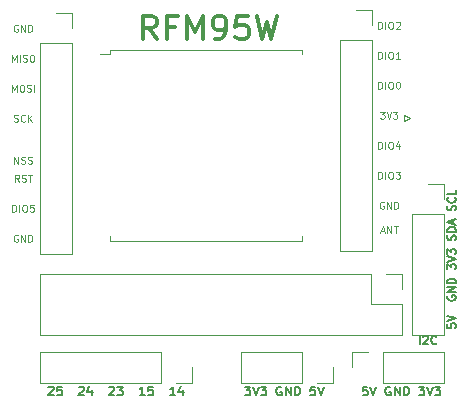
<source format=gto>
G04 #@! TF.GenerationSoftware,KiCad,Pcbnew,8.0.8*
G04 #@! TF.CreationDate,2025-03-21T12:20:43+00:00*
G04 #@! TF.ProjectId,RFM95W-pcb01,52464d39-3557-42d7-9063-6230312e6b69,rev?*
G04 #@! TF.SameCoordinates,Original*
G04 #@! TF.FileFunction,Legend,Top*
G04 #@! TF.FilePolarity,Positive*
%FSLAX46Y46*%
G04 Gerber Fmt 4.6, Leading zero omitted, Abs format (unit mm)*
G04 Created by KiCad (PCBNEW 8.0.8) date 2025-03-21 12:20:43*
%MOMM*%
%LPD*%
G01*
G04 APERTURE LIST*
%ADD10C,0.120000*%
%ADD11C,0.300000*%
%ADD12C,0.150000*%
%ADD13O,1.700000X1.700000*%
%ADD14R,1.700000X1.700000*%
%ADD15R,3.600000X1.270000*%
%ADD16R,4.200000X1.350000*%
%ADD17R,2.000000X1.000000*%
G04 APERTURE END LIST*
D10*
X168732285Y-45311902D02*
X169018000Y-45311902D01*
X168675142Y-45483331D02*
X168875142Y-44883331D01*
X168875142Y-44883331D02*
X169075142Y-45483331D01*
X169275143Y-45483331D02*
X169275143Y-44883331D01*
X169275143Y-44883331D02*
X169618000Y-45483331D01*
X169618000Y-45483331D02*
X169618000Y-44883331D01*
X169817999Y-44883331D02*
X170160857Y-44883331D01*
X169989428Y-45483331D02*
X169989428Y-44883331D01*
X168960857Y-42879902D02*
X168903715Y-42851331D01*
X168903715Y-42851331D02*
X168818000Y-42851331D01*
X168818000Y-42851331D02*
X168732286Y-42879902D01*
X168732286Y-42879902D02*
X168675143Y-42937045D01*
X168675143Y-42937045D02*
X168646572Y-42994188D01*
X168646572Y-42994188D02*
X168618000Y-43108474D01*
X168618000Y-43108474D02*
X168618000Y-43194188D01*
X168618000Y-43194188D02*
X168646572Y-43308474D01*
X168646572Y-43308474D02*
X168675143Y-43365617D01*
X168675143Y-43365617D02*
X168732286Y-43422760D01*
X168732286Y-43422760D02*
X168818000Y-43451331D01*
X168818000Y-43451331D02*
X168875143Y-43451331D01*
X168875143Y-43451331D02*
X168960857Y-43422760D01*
X168960857Y-43422760D02*
X168989429Y-43394188D01*
X168989429Y-43394188D02*
X168989429Y-43194188D01*
X168989429Y-43194188D02*
X168875143Y-43194188D01*
X169246572Y-43451331D02*
X169246572Y-42851331D01*
X169246572Y-42851331D02*
X169589429Y-43451331D01*
X169589429Y-43451331D02*
X169589429Y-42851331D01*
X169875143Y-43451331D02*
X169875143Y-42851331D01*
X169875143Y-42851331D02*
X170018000Y-42851331D01*
X170018000Y-42851331D02*
X170103714Y-42879902D01*
X170103714Y-42879902D02*
X170160857Y-42937045D01*
X170160857Y-42937045D02*
X170189428Y-42994188D01*
X170189428Y-42994188D02*
X170218000Y-43108474D01*
X170218000Y-43108474D02*
X170218000Y-43194188D01*
X170218000Y-43194188D02*
X170189428Y-43308474D01*
X170189428Y-43308474D02*
X170160857Y-43365617D01*
X170160857Y-43365617D02*
X170103714Y-43422760D01*
X170103714Y-43422760D02*
X170018000Y-43451331D01*
X170018000Y-43451331D02*
X169875143Y-43451331D01*
X168518000Y-40911331D02*
X168518000Y-40311331D01*
X168518000Y-40311331D02*
X168660857Y-40311331D01*
X168660857Y-40311331D02*
X168746571Y-40339902D01*
X168746571Y-40339902D02*
X168803714Y-40397045D01*
X168803714Y-40397045D02*
X168832285Y-40454188D01*
X168832285Y-40454188D02*
X168860857Y-40568474D01*
X168860857Y-40568474D02*
X168860857Y-40654188D01*
X168860857Y-40654188D02*
X168832285Y-40768474D01*
X168832285Y-40768474D02*
X168803714Y-40825617D01*
X168803714Y-40825617D02*
X168746571Y-40882760D01*
X168746571Y-40882760D02*
X168660857Y-40911331D01*
X168660857Y-40911331D02*
X168518000Y-40911331D01*
X169118000Y-40911331D02*
X169118000Y-40311331D01*
X169517999Y-40311331D02*
X169632285Y-40311331D01*
X169632285Y-40311331D02*
X169689428Y-40339902D01*
X169689428Y-40339902D02*
X169746571Y-40397045D01*
X169746571Y-40397045D02*
X169775142Y-40511331D01*
X169775142Y-40511331D02*
X169775142Y-40711331D01*
X169775142Y-40711331D02*
X169746571Y-40825617D01*
X169746571Y-40825617D02*
X169689428Y-40882760D01*
X169689428Y-40882760D02*
X169632285Y-40911331D01*
X169632285Y-40911331D02*
X169517999Y-40911331D01*
X169517999Y-40911331D02*
X169460857Y-40882760D01*
X169460857Y-40882760D02*
X169403714Y-40825617D01*
X169403714Y-40825617D02*
X169375142Y-40711331D01*
X169375142Y-40711331D02*
X169375142Y-40511331D01*
X169375142Y-40511331D02*
X169403714Y-40397045D01*
X169403714Y-40397045D02*
X169460857Y-40339902D01*
X169460857Y-40339902D02*
X169517999Y-40311331D01*
X169975142Y-40311331D02*
X170346570Y-40311331D01*
X170346570Y-40311331D02*
X170146570Y-40539902D01*
X170146570Y-40539902D02*
X170232285Y-40539902D01*
X170232285Y-40539902D02*
X170289428Y-40568474D01*
X170289428Y-40568474D02*
X170317999Y-40597045D01*
X170317999Y-40597045D02*
X170346570Y-40654188D01*
X170346570Y-40654188D02*
X170346570Y-40797045D01*
X170346570Y-40797045D02*
X170317999Y-40854188D01*
X170317999Y-40854188D02*
X170289428Y-40882760D01*
X170289428Y-40882760D02*
X170232285Y-40911331D01*
X170232285Y-40911331D02*
X170060856Y-40911331D01*
X170060856Y-40911331D02*
X170003713Y-40882760D01*
X170003713Y-40882760D02*
X169975142Y-40854188D01*
X168518000Y-38371331D02*
X168518000Y-37771331D01*
X168518000Y-37771331D02*
X168660857Y-37771331D01*
X168660857Y-37771331D02*
X168746571Y-37799902D01*
X168746571Y-37799902D02*
X168803714Y-37857045D01*
X168803714Y-37857045D02*
X168832285Y-37914188D01*
X168832285Y-37914188D02*
X168860857Y-38028474D01*
X168860857Y-38028474D02*
X168860857Y-38114188D01*
X168860857Y-38114188D02*
X168832285Y-38228474D01*
X168832285Y-38228474D02*
X168803714Y-38285617D01*
X168803714Y-38285617D02*
X168746571Y-38342760D01*
X168746571Y-38342760D02*
X168660857Y-38371331D01*
X168660857Y-38371331D02*
X168518000Y-38371331D01*
X169118000Y-38371331D02*
X169118000Y-37771331D01*
X169517999Y-37771331D02*
X169632285Y-37771331D01*
X169632285Y-37771331D02*
X169689428Y-37799902D01*
X169689428Y-37799902D02*
X169746571Y-37857045D01*
X169746571Y-37857045D02*
X169775142Y-37971331D01*
X169775142Y-37971331D02*
X169775142Y-38171331D01*
X169775142Y-38171331D02*
X169746571Y-38285617D01*
X169746571Y-38285617D02*
X169689428Y-38342760D01*
X169689428Y-38342760D02*
X169632285Y-38371331D01*
X169632285Y-38371331D02*
X169517999Y-38371331D01*
X169517999Y-38371331D02*
X169460857Y-38342760D01*
X169460857Y-38342760D02*
X169403714Y-38285617D01*
X169403714Y-38285617D02*
X169375142Y-38171331D01*
X169375142Y-38171331D02*
X169375142Y-37971331D01*
X169375142Y-37971331D02*
X169403714Y-37857045D01*
X169403714Y-37857045D02*
X169460857Y-37799902D01*
X169460857Y-37799902D02*
X169517999Y-37771331D01*
X170289428Y-37971331D02*
X170289428Y-38371331D01*
X170146570Y-37742760D02*
X170003713Y-38171331D01*
X170003713Y-38171331D02*
X170375142Y-38171331D01*
X168675142Y-35231331D02*
X169046570Y-35231331D01*
X169046570Y-35231331D02*
X168846570Y-35459902D01*
X168846570Y-35459902D02*
X168932285Y-35459902D01*
X168932285Y-35459902D02*
X168989428Y-35488474D01*
X168989428Y-35488474D02*
X169017999Y-35517045D01*
X169017999Y-35517045D02*
X169046570Y-35574188D01*
X169046570Y-35574188D02*
X169046570Y-35717045D01*
X169046570Y-35717045D02*
X169017999Y-35774188D01*
X169017999Y-35774188D02*
X168989428Y-35802760D01*
X168989428Y-35802760D02*
X168932285Y-35831331D01*
X168932285Y-35831331D02*
X168760856Y-35831331D01*
X168760856Y-35831331D02*
X168703713Y-35802760D01*
X168703713Y-35802760D02*
X168675142Y-35774188D01*
X169217999Y-35231331D02*
X169417999Y-35831331D01*
X169417999Y-35831331D02*
X169617999Y-35231331D01*
X169760857Y-35231331D02*
X170132285Y-35231331D01*
X170132285Y-35231331D02*
X169932285Y-35459902D01*
X169932285Y-35459902D02*
X170018000Y-35459902D01*
X170018000Y-35459902D02*
X170075143Y-35488474D01*
X170075143Y-35488474D02*
X170103714Y-35517045D01*
X170103714Y-35517045D02*
X170132285Y-35574188D01*
X170132285Y-35574188D02*
X170132285Y-35717045D01*
X170132285Y-35717045D02*
X170103714Y-35774188D01*
X170103714Y-35774188D02*
X170075143Y-35802760D01*
X170075143Y-35802760D02*
X170018000Y-35831331D01*
X170018000Y-35831331D02*
X169846571Y-35831331D01*
X169846571Y-35831331D02*
X169789428Y-35802760D01*
X169789428Y-35802760D02*
X169760857Y-35774188D01*
X168518000Y-33291331D02*
X168518000Y-32691331D01*
X168518000Y-32691331D02*
X168660857Y-32691331D01*
X168660857Y-32691331D02*
X168746571Y-32719902D01*
X168746571Y-32719902D02*
X168803714Y-32777045D01*
X168803714Y-32777045D02*
X168832285Y-32834188D01*
X168832285Y-32834188D02*
X168860857Y-32948474D01*
X168860857Y-32948474D02*
X168860857Y-33034188D01*
X168860857Y-33034188D02*
X168832285Y-33148474D01*
X168832285Y-33148474D02*
X168803714Y-33205617D01*
X168803714Y-33205617D02*
X168746571Y-33262760D01*
X168746571Y-33262760D02*
X168660857Y-33291331D01*
X168660857Y-33291331D02*
X168518000Y-33291331D01*
X169118000Y-33291331D02*
X169118000Y-32691331D01*
X169517999Y-32691331D02*
X169632285Y-32691331D01*
X169632285Y-32691331D02*
X169689428Y-32719902D01*
X169689428Y-32719902D02*
X169746571Y-32777045D01*
X169746571Y-32777045D02*
X169775142Y-32891331D01*
X169775142Y-32891331D02*
X169775142Y-33091331D01*
X169775142Y-33091331D02*
X169746571Y-33205617D01*
X169746571Y-33205617D02*
X169689428Y-33262760D01*
X169689428Y-33262760D02*
X169632285Y-33291331D01*
X169632285Y-33291331D02*
X169517999Y-33291331D01*
X169517999Y-33291331D02*
X169460857Y-33262760D01*
X169460857Y-33262760D02*
X169403714Y-33205617D01*
X169403714Y-33205617D02*
X169375142Y-33091331D01*
X169375142Y-33091331D02*
X169375142Y-32891331D01*
X169375142Y-32891331D02*
X169403714Y-32777045D01*
X169403714Y-32777045D02*
X169460857Y-32719902D01*
X169460857Y-32719902D02*
X169517999Y-32691331D01*
X170146570Y-32691331D02*
X170203713Y-32691331D01*
X170203713Y-32691331D02*
X170260856Y-32719902D01*
X170260856Y-32719902D02*
X170289428Y-32748474D01*
X170289428Y-32748474D02*
X170317999Y-32805617D01*
X170317999Y-32805617D02*
X170346570Y-32919902D01*
X170346570Y-32919902D02*
X170346570Y-33062760D01*
X170346570Y-33062760D02*
X170317999Y-33177045D01*
X170317999Y-33177045D02*
X170289428Y-33234188D01*
X170289428Y-33234188D02*
X170260856Y-33262760D01*
X170260856Y-33262760D02*
X170203713Y-33291331D01*
X170203713Y-33291331D02*
X170146570Y-33291331D01*
X170146570Y-33291331D02*
X170089428Y-33262760D01*
X170089428Y-33262760D02*
X170060856Y-33234188D01*
X170060856Y-33234188D02*
X170032285Y-33177045D01*
X170032285Y-33177045D02*
X170003713Y-33062760D01*
X170003713Y-33062760D02*
X170003713Y-32919902D01*
X170003713Y-32919902D02*
X170032285Y-32805617D01*
X170032285Y-32805617D02*
X170060856Y-32748474D01*
X170060856Y-32748474D02*
X170089428Y-32719902D01*
X170089428Y-32719902D02*
X170146570Y-32691331D01*
X168518000Y-30751331D02*
X168518000Y-30151331D01*
X168518000Y-30151331D02*
X168660857Y-30151331D01*
X168660857Y-30151331D02*
X168746571Y-30179902D01*
X168746571Y-30179902D02*
X168803714Y-30237045D01*
X168803714Y-30237045D02*
X168832285Y-30294188D01*
X168832285Y-30294188D02*
X168860857Y-30408474D01*
X168860857Y-30408474D02*
X168860857Y-30494188D01*
X168860857Y-30494188D02*
X168832285Y-30608474D01*
X168832285Y-30608474D02*
X168803714Y-30665617D01*
X168803714Y-30665617D02*
X168746571Y-30722760D01*
X168746571Y-30722760D02*
X168660857Y-30751331D01*
X168660857Y-30751331D02*
X168518000Y-30751331D01*
X169118000Y-30751331D02*
X169118000Y-30151331D01*
X169517999Y-30151331D02*
X169632285Y-30151331D01*
X169632285Y-30151331D02*
X169689428Y-30179902D01*
X169689428Y-30179902D02*
X169746571Y-30237045D01*
X169746571Y-30237045D02*
X169775142Y-30351331D01*
X169775142Y-30351331D02*
X169775142Y-30551331D01*
X169775142Y-30551331D02*
X169746571Y-30665617D01*
X169746571Y-30665617D02*
X169689428Y-30722760D01*
X169689428Y-30722760D02*
X169632285Y-30751331D01*
X169632285Y-30751331D02*
X169517999Y-30751331D01*
X169517999Y-30751331D02*
X169460857Y-30722760D01*
X169460857Y-30722760D02*
X169403714Y-30665617D01*
X169403714Y-30665617D02*
X169375142Y-30551331D01*
X169375142Y-30551331D02*
X169375142Y-30351331D01*
X169375142Y-30351331D02*
X169403714Y-30237045D01*
X169403714Y-30237045D02*
X169460857Y-30179902D01*
X169460857Y-30179902D02*
X169517999Y-30151331D01*
X170346570Y-30751331D02*
X170003713Y-30751331D01*
X170175142Y-30751331D02*
X170175142Y-30151331D01*
X170175142Y-30151331D02*
X170117999Y-30237045D01*
X170117999Y-30237045D02*
X170060856Y-30294188D01*
X170060856Y-30294188D02*
X170003713Y-30322760D01*
X168518000Y-28211331D02*
X168518000Y-27611331D01*
X168518000Y-27611331D02*
X168660857Y-27611331D01*
X168660857Y-27611331D02*
X168746571Y-27639902D01*
X168746571Y-27639902D02*
X168803714Y-27697045D01*
X168803714Y-27697045D02*
X168832285Y-27754188D01*
X168832285Y-27754188D02*
X168860857Y-27868474D01*
X168860857Y-27868474D02*
X168860857Y-27954188D01*
X168860857Y-27954188D02*
X168832285Y-28068474D01*
X168832285Y-28068474D02*
X168803714Y-28125617D01*
X168803714Y-28125617D02*
X168746571Y-28182760D01*
X168746571Y-28182760D02*
X168660857Y-28211331D01*
X168660857Y-28211331D02*
X168518000Y-28211331D01*
X169118000Y-28211331D02*
X169118000Y-27611331D01*
X169517999Y-27611331D02*
X169632285Y-27611331D01*
X169632285Y-27611331D02*
X169689428Y-27639902D01*
X169689428Y-27639902D02*
X169746571Y-27697045D01*
X169746571Y-27697045D02*
X169775142Y-27811331D01*
X169775142Y-27811331D02*
X169775142Y-28011331D01*
X169775142Y-28011331D02*
X169746571Y-28125617D01*
X169746571Y-28125617D02*
X169689428Y-28182760D01*
X169689428Y-28182760D02*
X169632285Y-28211331D01*
X169632285Y-28211331D02*
X169517999Y-28211331D01*
X169517999Y-28211331D02*
X169460857Y-28182760D01*
X169460857Y-28182760D02*
X169403714Y-28125617D01*
X169403714Y-28125617D02*
X169375142Y-28011331D01*
X169375142Y-28011331D02*
X169375142Y-27811331D01*
X169375142Y-27811331D02*
X169403714Y-27697045D01*
X169403714Y-27697045D02*
X169460857Y-27639902D01*
X169460857Y-27639902D02*
X169517999Y-27611331D01*
X170003713Y-27668474D02*
X170032285Y-27639902D01*
X170032285Y-27639902D02*
X170089428Y-27611331D01*
X170089428Y-27611331D02*
X170232285Y-27611331D01*
X170232285Y-27611331D02*
X170289428Y-27639902D01*
X170289428Y-27639902D02*
X170317999Y-27668474D01*
X170317999Y-27668474D02*
X170346570Y-27725617D01*
X170346570Y-27725617D02*
X170346570Y-27782760D01*
X170346570Y-27782760D02*
X170317999Y-27868474D01*
X170317999Y-27868474D02*
X169975142Y-28211331D01*
X169975142Y-28211331D02*
X170346570Y-28211331D01*
X137972857Y-45673902D02*
X137915715Y-45645331D01*
X137915715Y-45645331D02*
X137830000Y-45645331D01*
X137830000Y-45645331D02*
X137744286Y-45673902D01*
X137744286Y-45673902D02*
X137687143Y-45731045D01*
X137687143Y-45731045D02*
X137658572Y-45788188D01*
X137658572Y-45788188D02*
X137630000Y-45902474D01*
X137630000Y-45902474D02*
X137630000Y-45988188D01*
X137630000Y-45988188D02*
X137658572Y-46102474D01*
X137658572Y-46102474D02*
X137687143Y-46159617D01*
X137687143Y-46159617D02*
X137744286Y-46216760D01*
X137744286Y-46216760D02*
X137830000Y-46245331D01*
X137830000Y-46245331D02*
X137887143Y-46245331D01*
X137887143Y-46245331D02*
X137972857Y-46216760D01*
X137972857Y-46216760D02*
X138001429Y-46188188D01*
X138001429Y-46188188D02*
X138001429Y-45988188D01*
X138001429Y-45988188D02*
X137887143Y-45988188D01*
X138258572Y-46245331D02*
X138258572Y-45645331D01*
X138258572Y-45645331D02*
X138601429Y-46245331D01*
X138601429Y-46245331D02*
X138601429Y-45645331D01*
X138887143Y-46245331D02*
X138887143Y-45645331D01*
X138887143Y-45645331D02*
X139030000Y-45645331D01*
X139030000Y-45645331D02*
X139115714Y-45673902D01*
X139115714Y-45673902D02*
X139172857Y-45731045D01*
X139172857Y-45731045D02*
X139201428Y-45788188D01*
X139201428Y-45788188D02*
X139230000Y-45902474D01*
X139230000Y-45902474D02*
X139230000Y-45988188D01*
X139230000Y-45988188D02*
X139201428Y-46102474D01*
X139201428Y-46102474D02*
X139172857Y-46159617D01*
X139172857Y-46159617D02*
X139115714Y-46216760D01*
X139115714Y-46216760D02*
X139030000Y-46245331D01*
X139030000Y-46245331D02*
X138887143Y-46245331D01*
X137530000Y-43705331D02*
X137530000Y-43105331D01*
X137530000Y-43105331D02*
X137672857Y-43105331D01*
X137672857Y-43105331D02*
X137758571Y-43133902D01*
X137758571Y-43133902D02*
X137815714Y-43191045D01*
X137815714Y-43191045D02*
X137844285Y-43248188D01*
X137844285Y-43248188D02*
X137872857Y-43362474D01*
X137872857Y-43362474D02*
X137872857Y-43448188D01*
X137872857Y-43448188D02*
X137844285Y-43562474D01*
X137844285Y-43562474D02*
X137815714Y-43619617D01*
X137815714Y-43619617D02*
X137758571Y-43676760D01*
X137758571Y-43676760D02*
X137672857Y-43705331D01*
X137672857Y-43705331D02*
X137530000Y-43705331D01*
X138130000Y-43705331D02*
X138130000Y-43105331D01*
X138529999Y-43105331D02*
X138644285Y-43105331D01*
X138644285Y-43105331D02*
X138701428Y-43133902D01*
X138701428Y-43133902D02*
X138758571Y-43191045D01*
X138758571Y-43191045D02*
X138787142Y-43305331D01*
X138787142Y-43305331D02*
X138787142Y-43505331D01*
X138787142Y-43505331D02*
X138758571Y-43619617D01*
X138758571Y-43619617D02*
X138701428Y-43676760D01*
X138701428Y-43676760D02*
X138644285Y-43705331D01*
X138644285Y-43705331D02*
X138529999Y-43705331D01*
X138529999Y-43705331D02*
X138472857Y-43676760D01*
X138472857Y-43676760D02*
X138415714Y-43619617D01*
X138415714Y-43619617D02*
X138387142Y-43505331D01*
X138387142Y-43505331D02*
X138387142Y-43305331D01*
X138387142Y-43305331D02*
X138415714Y-43191045D01*
X138415714Y-43191045D02*
X138472857Y-43133902D01*
X138472857Y-43133902D02*
X138529999Y-43105331D01*
X139329999Y-43105331D02*
X139044285Y-43105331D01*
X139044285Y-43105331D02*
X139015713Y-43391045D01*
X139015713Y-43391045D02*
X139044285Y-43362474D01*
X139044285Y-43362474D02*
X139101428Y-43333902D01*
X139101428Y-43333902D02*
X139244285Y-43333902D01*
X139244285Y-43333902D02*
X139301428Y-43362474D01*
X139301428Y-43362474D02*
X139329999Y-43391045D01*
X139329999Y-43391045D02*
X139358570Y-43448188D01*
X139358570Y-43448188D02*
X139358570Y-43591045D01*
X139358570Y-43591045D02*
X139329999Y-43648188D01*
X139329999Y-43648188D02*
X139301428Y-43676760D01*
X139301428Y-43676760D02*
X139244285Y-43705331D01*
X139244285Y-43705331D02*
X139101428Y-43705331D01*
X139101428Y-43705331D02*
X139044285Y-43676760D01*
X139044285Y-43676760D02*
X139015713Y-43648188D01*
X138101428Y-41165331D02*
X137901428Y-40879617D01*
X137758571Y-41165331D02*
X137758571Y-40565331D01*
X137758571Y-40565331D02*
X137987142Y-40565331D01*
X137987142Y-40565331D02*
X138044285Y-40593902D01*
X138044285Y-40593902D02*
X138072856Y-40622474D01*
X138072856Y-40622474D02*
X138101428Y-40679617D01*
X138101428Y-40679617D02*
X138101428Y-40765331D01*
X138101428Y-40765331D02*
X138072856Y-40822474D01*
X138072856Y-40822474D02*
X138044285Y-40851045D01*
X138044285Y-40851045D02*
X137987142Y-40879617D01*
X137987142Y-40879617D02*
X137758571Y-40879617D01*
X138329999Y-41136760D02*
X138415714Y-41165331D01*
X138415714Y-41165331D02*
X138558571Y-41165331D01*
X138558571Y-41165331D02*
X138615714Y-41136760D01*
X138615714Y-41136760D02*
X138644285Y-41108188D01*
X138644285Y-41108188D02*
X138672856Y-41051045D01*
X138672856Y-41051045D02*
X138672856Y-40993902D01*
X138672856Y-40993902D02*
X138644285Y-40936760D01*
X138644285Y-40936760D02*
X138615714Y-40908188D01*
X138615714Y-40908188D02*
X138558571Y-40879617D01*
X138558571Y-40879617D02*
X138444285Y-40851045D01*
X138444285Y-40851045D02*
X138387142Y-40822474D01*
X138387142Y-40822474D02*
X138358571Y-40793902D01*
X138358571Y-40793902D02*
X138329999Y-40736760D01*
X138329999Y-40736760D02*
X138329999Y-40679617D01*
X138329999Y-40679617D02*
X138358571Y-40622474D01*
X138358571Y-40622474D02*
X138387142Y-40593902D01*
X138387142Y-40593902D02*
X138444285Y-40565331D01*
X138444285Y-40565331D02*
X138587142Y-40565331D01*
X138587142Y-40565331D02*
X138672856Y-40593902D01*
X138844285Y-40565331D02*
X139187143Y-40565331D01*
X139015714Y-41165331D02*
X139015714Y-40565331D01*
X137687143Y-39641331D02*
X137687143Y-39041331D01*
X137687143Y-39041331D02*
X138030000Y-39641331D01*
X138030000Y-39641331D02*
X138030000Y-39041331D01*
X138287142Y-39612760D02*
X138372857Y-39641331D01*
X138372857Y-39641331D02*
X138515714Y-39641331D01*
X138515714Y-39641331D02*
X138572857Y-39612760D01*
X138572857Y-39612760D02*
X138601428Y-39584188D01*
X138601428Y-39584188D02*
X138629999Y-39527045D01*
X138629999Y-39527045D02*
X138629999Y-39469902D01*
X138629999Y-39469902D02*
X138601428Y-39412760D01*
X138601428Y-39412760D02*
X138572857Y-39384188D01*
X138572857Y-39384188D02*
X138515714Y-39355617D01*
X138515714Y-39355617D02*
X138401428Y-39327045D01*
X138401428Y-39327045D02*
X138344285Y-39298474D01*
X138344285Y-39298474D02*
X138315714Y-39269902D01*
X138315714Y-39269902D02*
X138287142Y-39212760D01*
X138287142Y-39212760D02*
X138287142Y-39155617D01*
X138287142Y-39155617D02*
X138315714Y-39098474D01*
X138315714Y-39098474D02*
X138344285Y-39069902D01*
X138344285Y-39069902D02*
X138401428Y-39041331D01*
X138401428Y-39041331D02*
X138544285Y-39041331D01*
X138544285Y-39041331D02*
X138629999Y-39069902D01*
X138858571Y-39612760D02*
X138944286Y-39641331D01*
X138944286Y-39641331D02*
X139087143Y-39641331D01*
X139087143Y-39641331D02*
X139144286Y-39612760D01*
X139144286Y-39612760D02*
X139172857Y-39584188D01*
X139172857Y-39584188D02*
X139201428Y-39527045D01*
X139201428Y-39527045D02*
X139201428Y-39469902D01*
X139201428Y-39469902D02*
X139172857Y-39412760D01*
X139172857Y-39412760D02*
X139144286Y-39384188D01*
X139144286Y-39384188D02*
X139087143Y-39355617D01*
X139087143Y-39355617D02*
X138972857Y-39327045D01*
X138972857Y-39327045D02*
X138915714Y-39298474D01*
X138915714Y-39298474D02*
X138887143Y-39269902D01*
X138887143Y-39269902D02*
X138858571Y-39212760D01*
X138858571Y-39212760D02*
X138858571Y-39155617D01*
X138858571Y-39155617D02*
X138887143Y-39098474D01*
X138887143Y-39098474D02*
X138915714Y-39069902D01*
X138915714Y-39069902D02*
X138972857Y-39041331D01*
X138972857Y-39041331D02*
X139115714Y-39041331D01*
X139115714Y-39041331D02*
X139201428Y-39069902D01*
X137658571Y-36056760D02*
X137744286Y-36085331D01*
X137744286Y-36085331D02*
X137887143Y-36085331D01*
X137887143Y-36085331D02*
X137944286Y-36056760D01*
X137944286Y-36056760D02*
X137972857Y-36028188D01*
X137972857Y-36028188D02*
X138001428Y-35971045D01*
X138001428Y-35971045D02*
X138001428Y-35913902D01*
X138001428Y-35913902D02*
X137972857Y-35856760D01*
X137972857Y-35856760D02*
X137944286Y-35828188D01*
X137944286Y-35828188D02*
X137887143Y-35799617D01*
X137887143Y-35799617D02*
X137772857Y-35771045D01*
X137772857Y-35771045D02*
X137715714Y-35742474D01*
X137715714Y-35742474D02*
X137687143Y-35713902D01*
X137687143Y-35713902D02*
X137658571Y-35656760D01*
X137658571Y-35656760D02*
X137658571Y-35599617D01*
X137658571Y-35599617D02*
X137687143Y-35542474D01*
X137687143Y-35542474D02*
X137715714Y-35513902D01*
X137715714Y-35513902D02*
X137772857Y-35485331D01*
X137772857Y-35485331D02*
X137915714Y-35485331D01*
X137915714Y-35485331D02*
X138001428Y-35513902D01*
X138601429Y-36028188D02*
X138572857Y-36056760D01*
X138572857Y-36056760D02*
X138487143Y-36085331D01*
X138487143Y-36085331D02*
X138430000Y-36085331D01*
X138430000Y-36085331D02*
X138344286Y-36056760D01*
X138344286Y-36056760D02*
X138287143Y-35999617D01*
X138287143Y-35999617D02*
X138258572Y-35942474D01*
X138258572Y-35942474D02*
X138230000Y-35828188D01*
X138230000Y-35828188D02*
X138230000Y-35742474D01*
X138230000Y-35742474D02*
X138258572Y-35628188D01*
X138258572Y-35628188D02*
X138287143Y-35571045D01*
X138287143Y-35571045D02*
X138344286Y-35513902D01*
X138344286Y-35513902D02*
X138430000Y-35485331D01*
X138430000Y-35485331D02*
X138487143Y-35485331D01*
X138487143Y-35485331D02*
X138572857Y-35513902D01*
X138572857Y-35513902D02*
X138601429Y-35542474D01*
X138858572Y-36085331D02*
X138858572Y-35485331D01*
X139201429Y-36085331D02*
X138944286Y-35742474D01*
X139201429Y-35485331D02*
X138858572Y-35828188D01*
X137487143Y-33545331D02*
X137487143Y-32945331D01*
X137487143Y-32945331D02*
X137687143Y-33373902D01*
X137687143Y-33373902D02*
X137887143Y-32945331D01*
X137887143Y-32945331D02*
X137887143Y-33545331D01*
X138287142Y-32945331D02*
X138401428Y-32945331D01*
X138401428Y-32945331D02*
X138458571Y-32973902D01*
X138458571Y-32973902D02*
X138515714Y-33031045D01*
X138515714Y-33031045D02*
X138544285Y-33145331D01*
X138544285Y-33145331D02*
X138544285Y-33345331D01*
X138544285Y-33345331D02*
X138515714Y-33459617D01*
X138515714Y-33459617D02*
X138458571Y-33516760D01*
X138458571Y-33516760D02*
X138401428Y-33545331D01*
X138401428Y-33545331D02*
X138287142Y-33545331D01*
X138287142Y-33545331D02*
X138230000Y-33516760D01*
X138230000Y-33516760D02*
X138172857Y-33459617D01*
X138172857Y-33459617D02*
X138144285Y-33345331D01*
X138144285Y-33345331D02*
X138144285Y-33145331D01*
X138144285Y-33145331D02*
X138172857Y-33031045D01*
X138172857Y-33031045D02*
X138230000Y-32973902D01*
X138230000Y-32973902D02*
X138287142Y-32945331D01*
X138772856Y-33516760D02*
X138858571Y-33545331D01*
X138858571Y-33545331D02*
X139001428Y-33545331D01*
X139001428Y-33545331D02*
X139058571Y-33516760D01*
X139058571Y-33516760D02*
X139087142Y-33488188D01*
X139087142Y-33488188D02*
X139115713Y-33431045D01*
X139115713Y-33431045D02*
X139115713Y-33373902D01*
X139115713Y-33373902D02*
X139087142Y-33316760D01*
X139087142Y-33316760D02*
X139058571Y-33288188D01*
X139058571Y-33288188D02*
X139001428Y-33259617D01*
X139001428Y-33259617D02*
X138887142Y-33231045D01*
X138887142Y-33231045D02*
X138829999Y-33202474D01*
X138829999Y-33202474D02*
X138801428Y-33173902D01*
X138801428Y-33173902D02*
X138772856Y-33116760D01*
X138772856Y-33116760D02*
X138772856Y-33059617D01*
X138772856Y-33059617D02*
X138801428Y-33002474D01*
X138801428Y-33002474D02*
X138829999Y-32973902D01*
X138829999Y-32973902D02*
X138887142Y-32945331D01*
X138887142Y-32945331D02*
X139029999Y-32945331D01*
X139029999Y-32945331D02*
X139115713Y-32973902D01*
X139372857Y-33545331D02*
X139372857Y-32945331D01*
X137487143Y-31005331D02*
X137487143Y-30405331D01*
X137487143Y-30405331D02*
X137687143Y-30833902D01*
X137687143Y-30833902D02*
X137887143Y-30405331D01*
X137887143Y-30405331D02*
X137887143Y-31005331D01*
X138172857Y-31005331D02*
X138172857Y-30405331D01*
X138429999Y-30976760D02*
X138515714Y-31005331D01*
X138515714Y-31005331D02*
X138658571Y-31005331D01*
X138658571Y-31005331D02*
X138715714Y-30976760D01*
X138715714Y-30976760D02*
X138744285Y-30948188D01*
X138744285Y-30948188D02*
X138772856Y-30891045D01*
X138772856Y-30891045D02*
X138772856Y-30833902D01*
X138772856Y-30833902D02*
X138744285Y-30776760D01*
X138744285Y-30776760D02*
X138715714Y-30748188D01*
X138715714Y-30748188D02*
X138658571Y-30719617D01*
X138658571Y-30719617D02*
X138544285Y-30691045D01*
X138544285Y-30691045D02*
X138487142Y-30662474D01*
X138487142Y-30662474D02*
X138458571Y-30633902D01*
X138458571Y-30633902D02*
X138429999Y-30576760D01*
X138429999Y-30576760D02*
X138429999Y-30519617D01*
X138429999Y-30519617D02*
X138458571Y-30462474D01*
X138458571Y-30462474D02*
X138487142Y-30433902D01*
X138487142Y-30433902D02*
X138544285Y-30405331D01*
X138544285Y-30405331D02*
X138687142Y-30405331D01*
X138687142Y-30405331D02*
X138772856Y-30433902D01*
X139144285Y-30405331D02*
X139258571Y-30405331D01*
X139258571Y-30405331D02*
X139315714Y-30433902D01*
X139315714Y-30433902D02*
X139372857Y-30491045D01*
X139372857Y-30491045D02*
X139401428Y-30605331D01*
X139401428Y-30605331D02*
X139401428Y-30805331D01*
X139401428Y-30805331D02*
X139372857Y-30919617D01*
X139372857Y-30919617D02*
X139315714Y-30976760D01*
X139315714Y-30976760D02*
X139258571Y-31005331D01*
X139258571Y-31005331D02*
X139144285Y-31005331D01*
X139144285Y-31005331D02*
X139087143Y-30976760D01*
X139087143Y-30976760D02*
X139030000Y-30919617D01*
X139030000Y-30919617D02*
X139001428Y-30805331D01*
X139001428Y-30805331D02*
X139001428Y-30605331D01*
X139001428Y-30605331D02*
X139030000Y-30491045D01*
X139030000Y-30491045D02*
X139087143Y-30433902D01*
X139087143Y-30433902D02*
X139144285Y-30405331D01*
X137972857Y-27893902D02*
X137915715Y-27865331D01*
X137915715Y-27865331D02*
X137830000Y-27865331D01*
X137830000Y-27865331D02*
X137744286Y-27893902D01*
X137744286Y-27893902D02*
X137687143Y-27951045D01*
X137687143Y-27951045D02*
X137658572Y-28008188D01*
X137658572Y-28008188D02*
X137630000Y-28122474D01*
X137630000Y-28122474D02*
X137630000Y-28208188D01*
X137630000Y-28208188D02*
X137658572Y-28322474D01*
X137658572Y-28322474D02*
X137687143Y-28379617D01*
X137687143Y-28379617D02*
X137744286Y-28436760D01*
X137744286Y-28436760D02*
X137830000Y-28465331D01*
X137830000Y-28465331D02*
X137887143Y-28465331D01*
X137887143Y-28465331D02*
X137972857Y-28436760D01*
X137972857Y-28436760D02*
X138001429Y-28408188D01*
X138001429Y-28408188D02*
X138001429Y-28208188D01*
X138001429Y-28208188D02*
X137887143Y-28208188D01*
X138258572Y-28465331D02*
X138258572Y-27865331D01*
X138258572Y-27865331D02*
X138601429Y-28465331D01*
X138601429Y-28465331D02*
X138601429Y-27865331D01*
X138887143Y-28465331D02*
X138887143Y-27865331D01*
X138887143Y-27865331D02*
X139030000Y-27865331D01*
X139030000Y-27865331D02*
X139115714Y-27893902D01*
X139115714Y-27893902D02*
X139172857Y-27951045D01*
X139172857Y-27951045D02*
X139201428Y-28008188D01*
X139201428Y-28008188D02*
X139230000Y-28122474D01*
X139230000Y-28122474D02*
X139230000Y-28208188D01*
X139230000Y-28208188D02*
X139201428Y-28322474D01*
X139201428Y-28322474D02*
X139172857Y-28379617D01*
X139172857Y-28379617D02*
X139115714Y-28436760D01*
X139115714Y-28436760D02*
X139030000Y-28465331D01*
X139030000Y-28465331D02*
X138887143Y-28465331D01*
D11*
X149749428Y-29103638D02*
X149082761Y-28151257D01*
X148606571Y-29103638D02*
X148606571Y-27103638D01*
X148606571Y-27103638D02*
X149368476Y-27103638D01*
X149368476Y-27103638D02*
X149558952Y-27198876D01*
X149558952Y-27198876D02*
X149654190Y-27294114D01*
X149654190Y-27294114D02*
X149749428Y-27484590D01*
X149749428Y-27484590D02*
X149749428Y-27770304D01*
X149749428Y-27770304D02*
X149654190Y-27960780D01*
X149654190Y-27960780D02*
X149558952Y-28056019D01*
X149558952Y-28056019D02*
X149368476Y-28151257D01*
X149368476Y-28151257D02*
X148606571Y-28151257D01*
X151273238Y-28056019D02*
X150606571Y-28056019D01*
X150606571Y-29103638D02*
X150606571Y-27103638D01*
X150606571Y-27103638D02*
X151558952Y-27103638D01*
X152320857Y-29103638D02*
X152320857Y-27103638D01*
X152320857Y-27103638D02*
X152987524Y-28532209D01*
X152987524Y-28532209D02*
X153654190Y-27103638D01*
X153654190Y-27103638D02*
X153654190Y-29103638D01*
X154701809Y-29103638D02*
X155082761Y-29103638D01*
X155082761Y-29103638D02*
X155273238Y-29008400D01*
X155273238Y-29008400D02*
X155368476Y-28913161D01*
X155368476Y-28913161D02*
X155558952Y-28627447D01*
X155558952Y-28627447D02*
X155654190Y-28246495D01*
X155654190Y-28246495D02*
X155654190Y-27484590D01*
X155654190Y-27484590D02*
X155558952Y-27294114D01*
X155558952Y-27294114D02*
X155463714Y-27198876D01*
X155463714Y-27198876D02*
X155273238Y-27103638D01*
X155273238Y-27103638D02*
X154892285Y-27103638D01*
X154892285Y-27103638D02*
X154701809Y-27198876D01*
X154701809Y-27198876D02*
X154606571Y-27294114D01*
X154606571Y-27294114D02*
X154511333Y-27484590D01*
X154511333Y-27484590D02*
X154511333Y-27960780D01*
X154511333Y-27960780D02*
X154606571Y-28151257D01*
X154606571Y-28151257D02*
X154701809Y-28246495D01*
X154701809Y-28246495D02*
X154892285Y-28341733D01*
X154892285Y-28341733D02*
X155273238Y-28341733D01*
X155273238Y-28341733D02*
X155463714Y-28246495D01*
X155463714Y-28246495D02*
X155558952Y-28151257D01*
X155558952Y-28151257D02*
X155654190Y-27960780D01*
X157463714Y-27103638D02*
X156511333Y-27103638D01*
X156511333Y-27103638D02*
X156416095Y-28056019D01*
X156416095Y-28056019D02*
X156511333Y-27960780D01*
X156511333Y-27960780D02*
X156701809Y-27865542D01*
X156701809Y-27865542D02*
X157178000Y-27865542D01*
X157178000Y-27865542D02*
X157368476Y-27960780D01*
X157368476Y-27960780D02*
X157463714Y-28056019D01*
X157463714Y-28056019D02*
X157558952Y-28246495D01*
X157558952Y-28246495D02*
X157558952Y-28722685D01*
X157558952Y-28722685D02*
X157463714Y-28913161D01*
X157463714Y-28913161D02*
X157368476Y-29008400D01*
X157368476Y-29008400D02*
X157178000Y-29103638D01*
X157178000Y-29103638D02*
X156701809Y-29103638D01*
X156701809Y-29103638D02*
X156511333Y-29008400D01*
X156511333Y-29008400D02*
X156416095Y-28913161D01*
X158225619Y-27103638D02*
X158701809Y-29103638D01*
X158701809Y-29103638D02*
X159082762Y-27675066D01*
X159082762Y-27675066D02*
X159463714Y-29103638D01*
X159463714Y-29103638D02*
X159939905Y-27103638D01*
D12*
X174368033Y-53202000D02*
X174368033Y-53535333D01*
X174368033Y-53535333D02*
X174701366Y-53568666D01*
X174701366Y-53568666D02*
X174668033Y-53535333D01*
X174668033Y-53535333D02*
X174634700Y-53468666D01*
X174634700Y-53468666D02*
X174634700Y-53302000D01*
X174634700Y-53302000D02*
X174668033Y-53235333D01*
X174668033Y-53235333D02*
X174701366Y-53202000D01*
X174701366Y-53202000D02*
X174768033Y-53168666D01*
X174768033Y-53168666D02*
X174934700Y-53168666D01*
X174934700Y-53168666D02*
X175001366Y-53202000D01*
X175001366Y-53202000D02*
X175034700Y-53235333D01*
X175034700Y-53235333D02*
X175068033Y-53302000D01*
X175068033Y-53302000D02*
X175068033Y-53468666D01*
X175068033Y-53468666D02*
X175034700Y-53535333D01*
X175034700Y-53535333D02*
X175001366Y-53568666D01*
X174368033Y-52968666D02*
X175068033Y-52735333D01*
X175068033Y-52735333D02*
X174368033Y-52501999D01*
X174401366Y-50835333D02*
X174368033Y-50902000D01*
X174368033Y-50902000D02*
X174368033Y-51002000D01*
X174368033Y-51002000D02*
X174401366Y-51102000D01*
X174401366Y-51102000D02*
X174468033Y-51168667D01*
X174468033Y-51168667D02*
X174534700Y-51202000D01*
X174534700Y-51202000D02*
X174668033Y-51235333D01*
X174668033Y-51235333D02*
X174768033Y-51235333D01*
X174768033Y-51235333D02*
X174901366Y-51202000D01*
X174901366Y-51202000D02*
X174968033Y-51168667D01*
X174968033Y-51168667D02*
X175034700Y-51102000D01*
X175034700Y-51102000D02*
X175068033Y-51002000D01*
X175068033Y-51002000D02*
X175068033Y-50935333D01*
X175068033Y-50935333D02*
X175034700Y-50835333D01*
X175034700Y-50835333D02*
X175001366Y-50802000D01*
X175001366Y-50802000D02*
X174768033Y-50802000D01*
X174768033Y-50802000D02*
X174768033Y-50935333D01*
X175068033Y-50502000D02*
X174368033Y-50502000D01*
X174368033Y-50502000D02*
X175068033Y-50102000D01*
X175068033Y-50102000D02*
X174368033Y-50102000D01*
X175068033Y-49768667D02*
X174368033Y-49768667D01*
X174368033Y-49768667D02*
X174368033Y-49602000D01*
X174368033Y-49602000D02*
X174401366Y-49502000D01*
X174401366Y-49502000D02*
X174468033Y-49435334D01*
X174468033Y-49435334D02*
X174534700Y-49402000D01*
X174534700Y-49402000D02*
X174668033Y-49368667D01*
X174668033Y-49368667D02*
X174768033Y-49368667D01*
X174768033Y-49368667D02*
X174901366Y-49402000D01*
X174901366Y-49402000D02*
X174968033Y-49435334D01*
X174968033Y-49435334D02*
X175034700Y-49502000D01*
X175034700Y-49502000D02*
X175068033Y-49602000D01*
X175068033Y-49602000D02*
X175068033Y-49768667D01*
X174368033Y-48602001D02*
X174368033Y-48168667D01*
X174368033Y-48168667D02*
X174634700Y-48402001D01*
X174634700Y-48402001D02*
X174634700Y-48302001D01*
X174634700Y-48302001D02*
X174668033Y-48235334D01*
X174668033Y-48235334D02*
X174701366Y-48202001D01*
X174701366Y-48202001D02*
X174768033Y-48168667D01*
X174768033Y-48168667D02*
X174934700Y-48168667D01*
X174934700Y-48168667D02*
X175001366Y-48202001D01*
X175001366Y-48202001D02*
X175034700Y-48235334D01*
X175034700Y-48235334D02*
X175068033Y-48302001D01*
X175068033Y-48302001D02*
X175068033Y-48502001D01*
X175068033Y-48502001D02*
X175034700Y-48568667D01*
X175034700Y-48568667D02*
X175001366Y-48602001D01*
X174368033Y-47968667D02*
X175068033Y-47735334D01*
X175068033Y-47735334D02*
X174368033Y-47502000D01*
X174368033Y-47335334D02*
X174368033Y-46902000D01*
X174368033Y-46902000D02*
X174634700Y-47135334D01*
X174634700Y-47135334D02*
X174634700Y-47035334D01*
X174634700Y-47035334D02*
X174668033Y-46968667D01*
X174668033Y-46968667D02*
X174701366Y-46935334D01*
X174701366Y-46935334D02*
X174768033Y-46902000D01*
X174768033Y-46902000D02*
X174934700Y-46902000D01*
X174934700Y-46902000D02*
X175001366Y-46935334D01*
X175001366Y-46935334D02*
X175034700Y-46968667D01*
X175034700Y-46968667D02*
X175068033Y-47035334D01*
X175068033Y-47035334D02*
X175068033Y-47235334D01*
X175068033Y-47235334D02*
X175034700Y-47302000D01*
X175034700Y-47302000D02*
X175001366Y-47335334D01*
X175034700Y-46102000D02*
X175068033Y-46002000D01*
X175068033Y-46002000D02*
X175068033Y-45835334D01*
X175068033Y-45835334D02*
X175034700Y-45768667D01*
X175034700Y-45768667D02*
X175001366Y-45735334D01*
X175001366Y-45735334D02*
X174934700Y-45702000D01*
X174934700Y-45702000D02*
X174868033Y-45702000D01*
X174868033Y-45702000D02*
X174801366Y-45735334D01*
X174801366Y-45735334D02*
X174768033Y-45768667D01*
X174768033Y-45768667D02*
X174734700Y-45835334D01*
X174734700Y-45835334D02*
X174701366Y-45968667D01*
X174701366Y-45968667D02*
X174668033Y-46035334D01*
X174668033Y-46035334D02*
X174634700Y-46068667D01*
X174634700Y-46068667D02*
X174568033Y-46102000D01*
X174568033Y-46102000D02*
X174501366Y-46102000D01*
X174501366Y-46102000D02*
X174434700Y-46068667D01*
X174434700Y-46068667D02*
X174401366Y-46035334D01*
X174401366Y-46035334D02*
X174368033Y-45968667D01*
X174368033Y-45968667D02*
X174368033Y-45802000D01*
X174368033Y-45802000D02*
X174401366Y-45702000D01*
X175068033Y-45402000D02*
X174368033Y-45402000D01*
X174368033Y-45402000D02*
X174368033Y-45235333D01*
X174368033Y-45235333D02*
X174401366Y-45135333D01*
X174401366Y-45135333D02*
X174468033Y-45068667D01*
X174468033Y-45068667D02*
X174534700Y-45035333D01*
X174534700Y-45035333D02*
X174668033Y-45002000D01*
X174668033Y-45002000D02*
X174768033Y-45002000D01*
X174768033Y-45002000D02*
X174901366Y-45035333D01*
X174901366Y-45035333D02*
X174968033Y-45068667D01*
X174968033Y-45068667D02*
X175034700Y-45135333D01*
X175034700Y-45135333D02*
X175068033Y-45235333D01*
X175068033Y-45235333D02*
X175068033Y-45402000D01*
X174868033Y-44735333D02*
X174868033Y-44402000D01*
X175068033Y-44802000D02*
X174368033Y-44568667D01*
X174368033Y-44568667D02*
X175068033Y-44335333D01*
X175034700Y-43602000D02*
X175068033Y-43502000D01*
X175068033Y-43502000D02*
X175068033Y-43335334D01*
X175068033Y-43335334D02*
X175034700Y-43268667D01*
X175034700Y-43268667D02*
X175001366Y-43235334D01*
X175001366Y-43235334D02*
X174934700Y-43202000D01*
X174934700Y-43202000D02*
X174868033Y-43202000D01*
X174868033Y-43202000D02*
X174801366Y-43235334D01*
X174801366Y-43235334D02*
X174768033Y-43268667D01*
X174768033Y-43268667D02*
X174734700Y-43335334D01*
X174734700Y-43335334D02*
X174701366Y-43468667D01*
X174701366Y-43468667D02*
X174668033Y-43535334D01*
X174668033Y-43535334D02*
X174634700Y-43568667D01*
X174634700Y-43568667D02*
X174568033Y-43602000D01*
X174568033Y-43602000D02*
X174501366Y-43602000D01*
X174501366Y-43602000D02*
X174434700Y-43568667D01*
X174434700Y-43568667D02*
X174401366Y-43535334D01*
X174401366Y-43535334D02*
X174368033Y-43468667D01*
X174368033Y-43468667D02*
X174368033Y-43302000D01*
X174368033Y-43302000D02*
X174401366Y-43202000D01*
X175001366Y-42502000D02*
X175034700Y-42535333D01*
X175034700Y-42535333D02*
X175068033Y-42635333D01*
X175068033Y-42635333D02*
X175068033Y-42702000D01*
X175068033Y-42702000D02*
X175034700Y-42802000D01*
X175034700Y-42802000D02*
X174968033Y-42868667D01*
X174968033Y-42868667D02*
X174901366Y-42902000D01*
X174901366Y-42902000D02*
X174768033Y-42935333D01*
X174768033Y-42935333D02*
X174668033Y-42935333D01*
X174668033Y-42935333D02*
X174534700Y-42902000D01*
X174534700Y-42902000D02*
X174468033Y-42868667D01*
X174468033Y-42868667D02*
X174401366Y-42802000D01*
X174401366Y-42802000D02*
X174368033Y-42702000D01*
X174368033Y-42702000D02*
X174368033Y-42635333D01*
X174368033Y-42635333D02*
X174401366Y-42535333D01*
X174401366Y-42535333D02*
X174434700Y-42502000D01*
X175068033Y-41868667D02*
X175068033Y-42202000D01*
X175068033Y-42202000D02*
X174368033Y-42202000D01*
X167572857Y-58517164D02*
X167215714Y-58517164D01*
X167215714Y-58517164D02*
X167180000Y-58874307D01*
X167180000Y-58874307D02*
X167215714Y-58838592D01*
X167215714Y-58838592D02*
X167287143Y-58802878D01*
X167287143Y-58802878D02*
X167465714Y-58802878D01*
X167465714Y-58802878D02*
X167537143Y-58838592D01*
X167537143Y-58838592D02*
X167572857Y-58874307D01*
X167572857Y-58874307D02*
X167608571Y-58945735D01*
X167608571Y-58945735D02*
X167608571Y-59124307D01*
X167608571Y-59124307D02*
X167572857Y-59195735D01*
X167572857Y-59195735D02*
X167537143Y-59231450D01*
X167537143Y-59231450D02*
X167465714Y-59267164D01*
X167465714Y-59267164D02*
X167287143Y-59267164D01*
X167287143Y-59267164D02*
X167215714Y-59231450D01*
X167215714Y-59231450D02*
X167180000Y-59195735D01*
X167822857Y-58517164D02*
X168072857Y-59267164D01*
X168072857Y-59267164D02*
X168322857Y-58517164D01*
X169537143Y-58552878D02*
X169465715Y-58517164D01*
X169465715Y-58517164D02*
X169358572Y-58517164D01*
X169358572Y-58517164D02*
X169251429Y-58552878D01*
X169251429Y-58552878D02*
X169180000Y-58624307D01*
X169180000Y-58624307D02*
X169144286Y-58695735D01*
X169144286Y-58695735D02*
X169108572Y-58838592D01*
X169108572Y-58838592D02*
X169108572Y-58945735D01*
X169108572Y-58945735D02*
X169144286Y-59088592D01*
X169144286Y-59088592D02*
X169180000Y-59160021D01*
X169180000Y-59160021D02*
X169251429Y-59231450D01*
X169251429Y-59231450D02*
X169358572Y-59267164D01*
X169358572Y-59267164D02*
X169430000Y-59267164D01*
X169430000Y-59267164D02*
X169537143Y-59231450D01*
X169537143Y-59231450D02*
X169572857Y-59195735D01*
X169572857Y-59195735D02*
X169572857Y-58945735D01*
X169572857Y-58945735D02*
X169430000Y-58945735D01*
X169894286Y-59267164D02*
X169894286Y-58517164D01*
X169894286Y-58517164D02*
X170322857Y-59267164D01*
X170322857Y-59267164D02*
X170322857Y-58517164D01*
X170680000Y-59267164D02*
X170680000Y-58517164D01*
X170680000Y-58517164D02*
X170858571Y-58517164D01*
X170858571Y-58517164D02*
X170965714Y-58552878D01*
X170965714Y-58552878D02*
X171037143Y-58624307D01*
X171037143Y-58624307D02*
X171072857Y-58695735D01*
X171072857Y-58695735D02*
X171108571Y-58838592D01*
X171108571Y-58838592D02*
X171108571Y-58945735D01*
X171108571Y-58945735D02*
X171072857Y-59088592D01*
X171072857Y-59088592D02*
X171037143Y-59160021D01*
X171037143Y-59160021D02*
X170965714Y-59231450D01*
X170965714Y-59231450D02*
X170858571Y-59267164D01*
X170858571Y-59267164D02*
X170680000Y-59267164D01*
X171930000Y-58517164D02*
X172394286Y-58517164D01*
X172394286Y-58517164D02*
X172144286Y-58802878D01*
X172144286Y-58802878D02*
X172251429Y-58802878D01*
X172251429Y-58802878D02*
X172322858Y-58838592D01*
X172322858Y-58838592D02*
X172358572Y-58874307D01*
X172358572Y-58874307D02*
X172394286Y-58945735D01*
X172394286Y-58945735D02*
X172394286Y-59124307D01*
X172394286Y-59124307D02*
X172358572Y-59195735D01*
X172358572Y-59195735D02*
X172322858Y-59231450D01*
X172322858Y-59231450D02*
X172251429Y-59267164D01*
X172251429Y-59267164D02*
X172037143Y-59267164D01*
X172037143Y-59267164D02*
X171965715Y-59231450D01*
X171965715Y-59231450D02*
X171930000Y-59195735D01*
X172608572Y-58517164D02*
X172858572Y-59267164D01*
X172858572Y-59267164D02*
X173108572Y-58517164D01*
X173287143Y-58517164D02*
X173751429Y-58517164D01*
X173751429Y-58517164D02*
X173501429Y-58802878D01*
X173501429Y-58802878D02*
X173608572Y-58802878D01*
X173608572Y-58802878D02*
X173680001Y-58838592D01*
X173680001Y-58838592D02*
X173715715Y-58874307D01*
X173715715Y-58874307D02*
X173751429Y-58945735D01*
X173751429Y-58945735D02*
X173751429Y-59124307D01*
X173751429Y-59124307D02*
X173715715Y-59195735D01*
X173715715Y-59195735D02*
X173680001Y-59231450D01*
X173680001Y-59231450D02*
X173608572Y-59267164D01*
X173608572Y-59267164D02*
X173394286Y-59267164D01*
X173394286Y-59267164D02*
X173322858Y-59231450D01*
X173322858Y-59231450D02*
X173287143Y-59195735D01*
X157206570Y-58517164D02*
X157670856Y-58517164D01*
X157670856Y-58517164D02*
X157420856Y-58802878D01*
X157420856Y-58802878D02*
X157527999Y-58802878D01*
X157527999Y-58802878D02*
X157599428Y-58838592D01*
X157599428Y-58838592D02*
X157635142Y-58874307D01*
X157635142Y-58874307D02*
X157670856Y-58945735D01*
X157670856Y-58945735D02*
X157670856Y-59124307D01*
X157670856Y-59124307D02*
X157635142Y-59195735D01*
X157635142Y-59195735D02*
X157599428Y-59231450D01*
X157599428Y-59231450D02*
X157527999Y-59267164D01*
X157527999Y-59267164D02*
X157313713Y-59267164D01*
X157313713Y-59267164D02*
X157242285Y-59231450D01*
X157242285Y-59231450D02*
X157206570Y-59195735D01*
X157885142Y-58517164D02*
X158135142Y-59267164D01*
X158135142Y-59267164D02*
X158385142Y-58517164D01*
X158563713Y-58517164D02*
X159027999Y-58517164D01*
X159027999Y-58517164D02*
X158777999Y-58802878D01*
X158777999Y-58802878D02*
X158885142Y-58802878D01*
X158885142Y-58802878D02*
X158956571Y-58838592D01*
X158956571Y-58838592D02*
X158992285Y-58874307D01*
X158992285Y-58874307D02*
X159027999Y-58945735D01*
X159027999Y-58945735D02*
X159027999Y-59124307D01*
X159027999Y-59124307D02*
X158992285Y-59195735D01*
X158992285Y-59195735D02*
X158956571Y-59231450D01*
X158956571Y-59231450D02*
X158885142Y-59267164D01*
X158885142Y-59267164D02*
X158670856Y-59267164D01*
X158670856Y-59267164D02*
X158599428Y-59231450D01*
X158599428Y-59231450D02*
X158563713Y-59195735D01*
X160313714Y-58552878D02*
X160242286Y-58517164D01*
X160242286Y-58517164D02*
X160135143Y-58517164D01*
X160135143Y-58517164D02*
X160028000Y-58552878D01*
X160028000Y-58552878D02*
X159956571Y-58624307D01*
X159956571Y-58624307D02*
X159920857Y-58695735D01*
X159920857Y-58695735D02*
X159885143Y-58838592D01*
X159885143Y-58838592D02*
X159885143Y-58945735D01*
X159885143Y-58945735D02*
X159920857Y-59088592D01*
X159920857Y-59088592D02*
X159956571Y-59160021D01*
X159956571Y-59160021D02*
X160028000Y-59231450D01*
X160028000Y-59231450D02*
X160135143Y-59267164D01*
X160135143Y-59267164D02*
X160206571Y-59267164D01*
X160206571Y-59267164D02*
X160313714Y-59231450D01*
X160313714Y-59231450D02*
X160349428Y-59195735D01*
X160349428Y-59195735D02*
X160349428Y-58945735D01*
X160349428Y-58945735D02*
X160206571Y-58945735D01*
X160670857Y-59267164D02*
X160670857Y-58517164D01*
X160670857Y-58517164D02*
X161099428Y-59267164D01*
X161099428Y-59267164D02*
X161099428Y-58517164D01*
X161456571Y-59267164D02*
X161456571Y-58517164D01*
X161456571Y-58517164D02*
X161635142Y-58517164D01*
X161635142Y-58517164D02*
X161742285Y-58552878D01*
X161742285Y-58552878D02*
X161813714Y-58624307D01*
X161813714Y-58624307D02*
X161849428Y-58695735D01*
X161849428Y-58695735D02*
X161885142Y-58838592D01*
X161885142Y-58838592D02*
X161885142Y-58945735D01*
X161885142Y-58945735D02*
X161849428Y-59088592D01*
X161849428Y-59088592D02*
X161813714Y-59160021D01*
X161813714Y-59160021D02*
X161742285Y-59231450D01*
X161742285Y-59231450D02*
X161635142Y-59267164D01*
X161635142Y-59267164D02*
X161456571Y-59267164D01*
X163135143Y-58517164D02*
X162778000Y-58517164D01*
X162778000Y-58517164D02*
X162742286Y-58874307D01*
X162742286Y-58874307D02*
X162778000Y-58838592D01*
X162778000Y-58838592D02*
X162849429Y-58802878D01*
X162849429Y-58802878D02*
X163028000Y-58802878D01*
X163028000Y-58802878D02*
X163099429Y-58838592D01*
X163099429Y-58838592D02*
X163135143Y-58874307D01*
X163135143Y-58874307D02*
X163170857Y-58945735D01*
X163170857Y-58945735D02*
X163170857Y-59124307D01*
X163170857Y-59124307D02*
X163135143Y-59195735D01*
X163135143Y-59195735D02*
X163099429Y-59231450D01*
X163099429Y-59231450D02*
X163028000Y-59267164D01*
X163028000Y-59267164D02*
X162849429Y-59267164D01*
X162849429Y-59267164D02*
X162778000Y-59231450D01*
X162778000Y-59231450D02*
X162742286Y-59195735D01*
X163385143Y-58517164D02*
X163635143Y-59267164D01*
X163635143Y-59267164D02*
X163885143Y-58517164D01*
X140589711Y-58588592D02*
X140625425Y-58552878D01*
X140625425Y-58552878D02*
X140696854Y-58517164D01*
X140696854Y-58517164D02*
X140875425Y-58517164D01*
X140875425Y-58517164D02*
X140946854Y-58552878D01*
X140946854Y-58552878D02*
X140982568Y-58588592D01*
X140982568Y-58588592D02*
X141018282Y-58660021D01*
X141018282Y-58660021D02*
X141018282Y-58731450D01*
X141018282Y-58731450D02*
X140982568Y-58838592D01*
X140982568Y-58838592D02*
X140553996Y-59267164D01*
X140553996Y-59267164D02*
X141018282Y-59267164D01*
X141696854Y-58517164D02*
X141339711Y-58517164D01*
X141339711Y-58517164D02*
X141303997Y-58874307D01*
X141303997Y-58874307D02*
X141339711Y-58838592D01*
X141339711Y-58838592D02*
X141411140Y-58802878D01*
X141411140Y-58802878D02*
X141589711Y-58802878D01*
X141589711Y-58802878D02*
X141661140Y-58838592D01*
X141661140Y-58838592D02*
X141696854Y-58874307D01*
X141696854Y-58874307D02*
X141732568Y-58945735D01*
X141732568Y-58945735D02*
X141732568Y-59124307D01*
X141732568Y-59124307D02*
X141696854Y-59195735D01*
X141696854Y-59195735D02*
X141661140Y-59231450D01*
X141661140Y-59231450D02*
X141589711Y-59267164D01*
X141589711Y-59267164D02*
X141411140Y-59267164D01*
X141411140Y-59267164D02*
X141339711Y-59231450D01*
X141339711Y-59231450D02*
X141303997Y-59195735D01*
X143161141Y-58588592D02*
X143196855Y-58552878D01*
X143196855Y-58552878D02*
X143268284Y-58517164D01*
X143268284Y-58517164D02*
X143446855Y-58517164D01*
X143446855Y-58517164D02*
X143518284Y-58552878D01*
X143518284Y-58552878D02*
X143553998Y-58588592D01*
X143553998Y-58588592D02*
X143589712Y-58660021D01*
X143589712Y-58660021D02*
X143589712Y-58731450D01*
X143589712Y-58731450D02*
X143553998Y-58838592D01*
X143553998Y-58838592D02*
X143125426Y-59267164D01*
X143125426Y-59267164D02*
X143589712Y-59267164D01*
X144232570Y-58767164D02*
X144232570Y-59267164D01*
X144053998Y-58481450D02*
X143875427Y-59017164D01*
X143875427Y-59017164D02*
X144339712Y-59017164D01*
X145732571Y-58588592D02*
X145768285Y-58552878D01*
X145768285Y-58552878D02*
X145839714Y-58517164D01*
X145839714Y-58517164D02*
X146018285Y-58517164D01*
X146018285Y-58517164D02*
X146089714Y-58552878D01*
X146089714Y-58552878D02*
X146125428Y-58588592D01*
X146125428Y-58588592D02*
X146161142Y-58660021D01*
X146161142Y-58660021D02*
X146161142Y-58731450D01*
X146161142Y-58731450D02*
X146125428Y-58838592D01*
X146125428Y-58838592D02*
X145696856Y-59267164D01*
X145696856Y-59267164D02*
X146161142Y-59267164D01*
X146411142Y-58517164D02*
X146875428Y-58517164D01*
X146875428Y-58517164D02*
X146625428Y-58802878D01*
X146625428Y-58802878D02*
X146732571Y-58802878D01*
X146732571Y-58802878D02*
X146804000Y-58838592D01*
X146804000Y-58838592D02*
X146839714Y-58874307D01*
X146839714Y-58874307D02*
X146875428Y-58945735D01*
X146875428Y-58945735D02*
X146875428Y-59124307D01*
X146875428Y-59124307D02*
X146839714Y-59195735D01*
X146839714Y-59195735D02*
X146804000Y-59231450D01*
X146804000Y-59231450D02*
X146732571Y-59267164D01*
X146732571Y-59267164D02*
X146518285Y-59267164D01*
X146518285Y-59267164D02*
X146446857Y-59231450D01*
X146446857Y-59231450D02*
X146411142Y-59195735D01*
X148732572Y-59267164D02*
X148304001Y-59267164D01*
X148518286Y-59267164D02*
X148518286Y-58517164D01*
X148518286Y-58517164D02*
X148446858Y-58624307D01*
X148446858Y-58624307D02*
X148375429Y-58695735D01*
X148375429Y-58695735D02*
X148304001Y-58731450D01*
X149411144Y-58517164D02*
X149054001Y-58517164D01*
X149054001Y-58517164D02*
X149018287Y-58874307D01*
X149018287Y-58874307D02*
X149054001Y-58838592D01*
X149054001Y-58838592D02*
X149125430Y-58802878D01*
X149125430Y-58802878D02*
X149304001Y-58802878D01*
X149304001Y-58802878D02*
X149375430Y-58838592D01*
X149375430Y-58838592D02*
X149411144Y-58874307D01*
X149411144Y-58874307D02*
X149446858Y-58945735D01*
X149446858Y-58945735D02*
X149446858Y-59124307D01*
X149446858Y-59124307D02*
X149411144Y-59195735D01*
X149411144Y-59195735D02*
X149375430Y-59231450D01*
X149375430Y-59231450D02*
X149304001Y-59267164D01*
X149304001Y-59267164D02*
X149125430Y-59267164D01*
X149125430Y-59267164D02*
X149054001Y-59231450D01*
X149054001Y-59231450D02*
X149018287Y-59195735D01*
X151304002Y-59267164D02*
X150875431Y-59267164D01*
X151089716Y-59267164D02*
X151089716Y-58517164D01*
X151089716Y-58517164D02*
X151018288Y-58624307D01*
X151018288Y-58624307D02*
X150946859Y-58695735D01*
X150946859Y-58695735D02*
X150875431Y-58731450D01*
X151946860Y-58767164D02*
X151946860Y-59267164D01*
X151768288Y-58481450D02*
X151589717Y-59017164D01*
X151589717Y-59017164D02*
X152054002Y-59017164D01*
X172036666Y-54926033D02*
X172036666Y-54226033D01*
X172336666Y-54292700D02*
X172369999Y-54259366D01*
X172369999Y-54259366D02*
X172436666Y-54226033D01*
X172436666Y-54226033D02*
X172603333Y-54226033D01*
X172603333Y-54226033D02*
X172669999Y-54259366D01*
X172669999Y-54259366D02*
X172703333Y-54292700D01*
X172703333Y-54292700D02*
X172736666Y-54359366D01*
X172736666Y-54359366D02*
X172736666Y-54426033D01*
X172736666Y-54426033D02*
X172703333Y-54526033D01*
X172703333Y-54526033D02*
X172303333Y-54926033D01*
X172303333Y-54926033D02*
X172736666Y-54926033D01*
X173436666Y-54859366D02*
X173403333Y-54892700D01*
X173403333Y-54892700D02*
X173303333Y-54926033D01*
X173303333Y-54926033D02*
X173236666Y-54926033D01*
X173236666Y-54926033D02*
X173136666Y-54892700D01*
X173136666Y-54892700D02*
X173070000Y-54826033D01*
X173070000Y-54826033D02*
X173036666Y-54759366D01*
X173036666Y-54759366D02*
X173003333Y-54626033D01*
X173003333Y-54626033D02*
X173003333Y-54526033D01*
X173003333Y-54526033D02*
X173036666Y-54392700D01*
X173036666Y-54392700D02*
X173070000Y-54326033D01*
X173070000Y-54326033D02*
X173136666Y-54259366D01*
X173136666Y-54259366D02*
X173236666Y-54226033D01*
X173236666Y-54226033D02*
X173303333Y-54226033D01*
X173303333Y-54226033D02*
X173403333Y-54259366D01*
X173403333Y-54259366D02*
X173436666Y-54292700D01*
D10*
X170494000Y-48962000D02*
X170494000Y-50292000D01*
X169164000Y-48962000D02*
X170494000Y-48962000D01*
X170494000Y-51562000D02*
X170494000Y-54162000D01*
X167894000Y-51562000D02*
X170494000Y-51562000D01*
X167894000Y-48962000D02*
X167894000Y-51562000D01*
X170494000Y-54162000D02*
X139894000Y-54162000D01*
X167894000Y-48962000D02*
X139894000Y-48962000D01*
X139894000Y-48962000D02*
X139894000Y-54162000D01*
X172720000Y-41342000D02*
X174050000Y-41342000D01*
X174050000Y-41342000D02*
X174050000Y-42672000D01*
X174050000Y-43942000D02*
X174050000Y-54162000D01*
X171390000Y-54162000D02*
X174050000Y-54162000D01*
X171390000Y-43942000D02*
X171390000Y-54162000D01*
X171390000Y-43942000D02*
X174050000Y-43942000D01*
X152714000Y-56896000D02*
X152714000Y-58226000D01*
X152714000Y-58226000D02*
X151384000Y-58226000D01*
X150114000Y-58226000D02*
X139894000Y-58226000D01*
X139894000Y-55566000D02*
X139894000Y-58226000D01*
X150114000Y-55566000D02*
X139894000Y-55566000D01*
X150114000Y-55566000D02*
X150114000Y-58226000D01*
X166310000Y-56896000D02*
X166310000Y-55566000D01*
X166310000Y-55566000D02*
X167640000Y-55566000D01*
X168910000Y-55566000D02*
X174050000Y-55566000D01*
X174050000Y-58226000D02*
X174050000Y-55566000D01*
X168910000Y-58226000D02*
X174050000Y-58226000D01*
X168910000Y-58226000D02*
X168910000Y-55566000D01*
X164652000Y-56896000D02*
X164652000Y-58226000D01*
X164652000Y-58226000D02*
X163322000Y-58226000D01*
X162052000Y-58226000D02*
X156912000Y-58226000D01*
X156912000Y-55566000D02*
X156912000Y-58226000D01*
X162052000Y-55566000D02*
X156912000Y-55566000D01*
X162052000Y-55566000D02*
X162052000Y-58226000D01*
X141224000Y-26864000D02*
X142554000Y-26864000D01*
X142554000Y-26864000D02*
X142554000Y-28194000D01*
X142554000Y-29464000D02*
X142554000Y-47304000D01*
X139894000Y-47304000D02*
X142554000Y-47304000D01*
X139894000Y-29464000D02*
X139894000Y-47304000D01*
X139894000Y-29464000D02*
X142554000Y-29464000D01*
X166624000Y-26610000D02*
X167954000Y-26610000D01*
X167954000Y-26610000D02*
X167954000Y-27940000D01*
X167954000Y-29210000D02*
X167954000Y-47050000D01*
X165294000Y-47050000D02*
X167954000Y-47050000D01*
X165294000Y-29210000D02*
X165294000Y-47050000D01*
X165294000Y-29210000D02*
X167954000Y-29210000D01*
X171222000Y-35814000D02*
X170722000Y-35564000D01*
X170722000Y-35564000D02*
X170722000Y-36064000D01*
X170722000Y-36064000D02*
X171222000Y-35814000D01*
X145824000Y-30000000D02*
X162024000Y-30000000D01*
X162024000Y-30000000D02*
X162024000Y-30400000D01*
X145824000Y-45800000D02*
X145824000Y-46200000D01*
X145824000Y-46200000D02*
X162024000Y-46200000D01*
X162024000Y-46200000D02*
X162024000Y-45800000D01*
X145824000Y-30000000D02*
X145824000Y-30350000D01*
X145824000Y-30350000D02*
X144924000Y-30350000D01*
%LPC*%
D13*
X141224000Y-52832000D03*
X141224000Y-50292000D03*
X143764000Y-52832000D03*
X143764000Y-50292000D03*
X146304000Y-52832000D03*
X146304000Y-50292000D03*
X148844000Y-52832000D03*
X148844000Y-50292000D03*
X151384000Y-52832000D03*
X151384000Y-50292000D03*
X153924000Y-52832000D03*
X153924000Y-50292000D03*
X156464000Y-52832000D03*
X156464000Y-50292000D03*
X159004000Y-52832000D03*
X159004000Y-50292000D03*
X161544000Y-52832000D03*
X161544000Y-50292000D03*
X164084000Y-52832000D03*
X164084000Y-50292000D03*
X166624000Y-52832000D03*
X166624000Y-50292000D03*
X169164000Y-52832000D03*
D14*
X169164000Y-50292000D03*
D13*
X172720000Y-52832000D03*
X172720000Y-50292000D03*
X172720000Y-47752000D03*
X172720000Y-45212000D03*
D14*
X172720000Y-42672000D03*
D13*
X141224000Y-56896000D03*
X143764000Y-56896000D03*
X146304000Y-56896000D03*
X148844000Y-56896000D03*
D14*
X151384000Y-56896000D03*
D13*
X172720000Y-56896000D03*
X170180000Y-56896000D03*
D14*
X167640000Y-56896000D03*
D13*
X158242000Y-56896000D03*
X160782000Y-56896000D03*
D14*
X163322000Y-56896000D03*
D13*
X141224000Y-45974000D03*
X141224000Y-43434000D03*
X141224000Y-40894000D03*
X141224000Y-38354000D03*
X141224000Y-35814000D03*
X141224000Y-33274000D03*
X141224000Y-30734000D03*
D14*
X141224000Y-28194000D03*
D13*
X166624000Y-45720000D03*
X166624000Y-43180000D03*
X166624000Y-40640000D03*
X166624000Y-38100000D03*
X166624000Y-35560000D03*
X166624000Y-33020000D03*
X166624000Y-30480000D03*
D14*
X166624000Y-27940000D03*
D15*
X173682000Y-35814000D03*
D16*
X173482000Y-32989000D03*
X173482000Y-38639000D03*
D17*
X145924000Y-31100000D03*
X145924000Y-33100000D03*
X145924000Y-35100000D03*
X145924000Y-37100000D03*
X145924000Y-39100000D03*
X145924000Y-41100000D03*
X145924000Y-43100000D03*
X145924000Y-45100000D03*
X161924000Y-45100000D03*
X161924000Y-43100000D03*
X161924000Y-41100000D03*
X161924000Y-39100000D03*
X161924000Y-37100000D03*
X161924000Y-35100000D03*
X161924000Y-33100000D03*
X161924000Y-31100000D03*
%LPD*%
M02*

</source>
